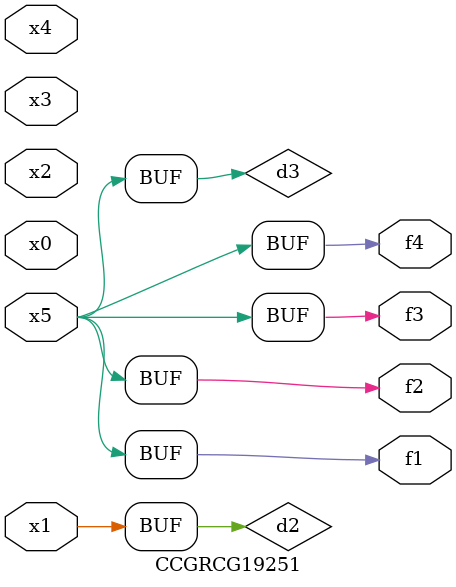
<source format=v>
module CCGRCG19251(
	input x0, x1, x2, x3, x4, x5,
	output f1, f2, f3, f4
);

	wire d1, d2, d3;

	not (d1, x5);
	or (d2, x1);
	xnor (d3, d1);
	assign f1 = d3;
	assign f2 = d3;
	assign f3 = d3;
	assign f4 = d3;
endmodule

</source>
